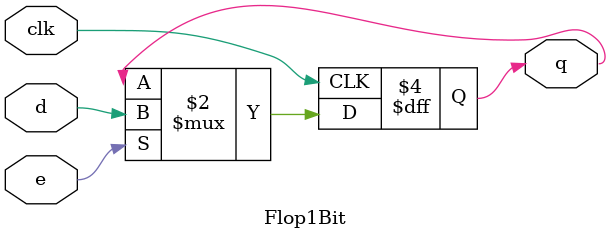
<source format=sv>
`timescale 1ns / 1ps


module Flop1Bit(
    input reg clk, e,
    input reg d,
    output reg q
    );
    always @ (posedge clk)
        if(e) q<=d;
endmodule

</source>
